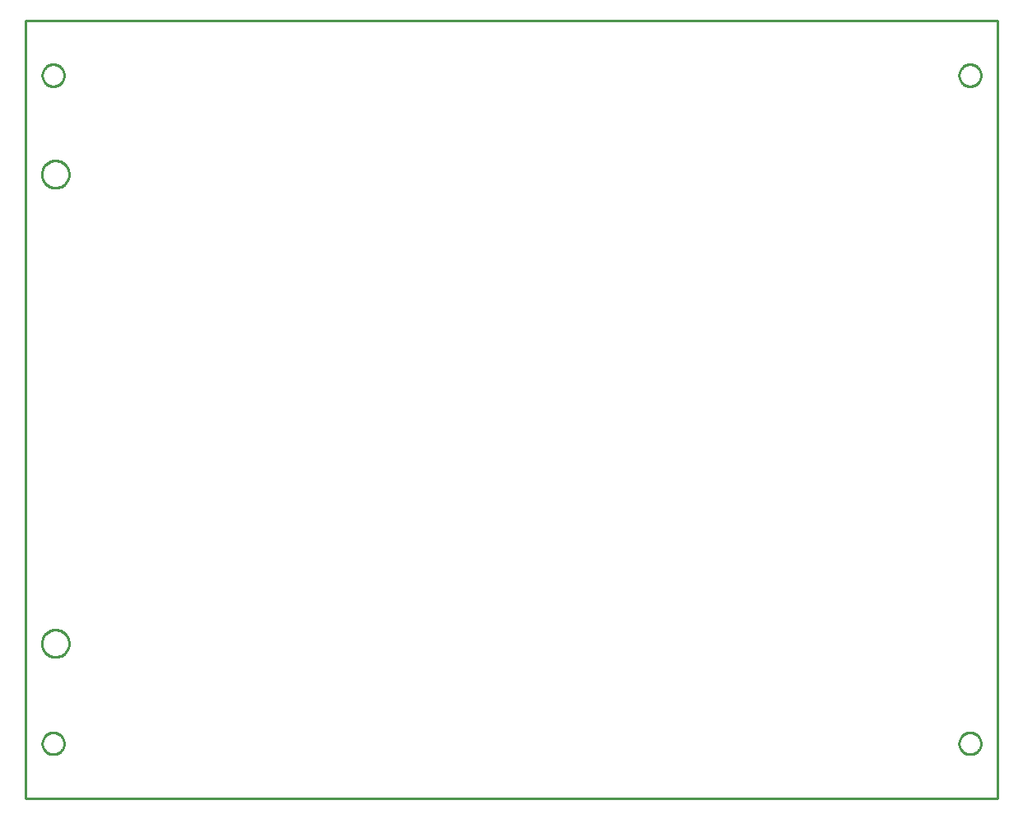
<source format=gbr>
G04 EAGLE Gerber RS-274X export*
G75*
%MOMM*%
%FSLAX34Y34*%
%LPD*%
%IN*%
%IPPOS*%
%AMOC8*
5,1,8,0,0,1.08239X$1,22.5*%
G01*
%ADD10C,0.254000*%


D10*
X0Y0D02*
X1000000Y0D01*
X1000000Y800000D01*
X0Y800000D01*
X0Y0D01*
X39650Y55958D02*
X39581Y55077D01*
X39442Y54204D01*
X39236Y53344D01*
X38963Y52503D01*
X38625Y51686D01*
X38223Y50899D01*
X37761Y50145D01*
X37242Y49430D01*
X36668Y48758D01*
X36042Y48133D01*
X35370Y47558D01*
X34655Y47039D01*
X33901Y46577D01*
X33114Y46176D01*
X32297Y45837D01*
X31456Y45564D01*
X30596Y45358D01*
X29723Y45219D01*
X28842Y45150D01*
X27958Y45150D01*
X27077Y45219D01*
X26204Y45358D01*
X25344Y45564D01*
X24503Y45837D01*
X23686Y46176D01*
X22899Y46577D01*
X22145Y47039D01*
X21430Y47558D01*
X20758Y48133D01*
X20133Y48758D01*
X19558Y49430D01*
X19039Y50145D01*
X18577Y50899D01*
X18176Y51686D01*
X17837Y52503D01*
X17564Y53344D01*
X17358Y54204D01*
X17219Y55077D01*
X17150Y55958D01*
X17150Y56842D01*
X17219Y57723D01*
X17358Y58596D01*
X17564Y59456D01*
X17837Y60297D01*
X18176Y61114D01*
X18577Y61901D01*
X19039Y62655D01*
X19558Y63370D01*
X20133Y64042D01*
X20758Y64668D01*
X21430Y65242D01*
X22145Y65761D01*
X22899Y66223D01*
X23686Y66625D01*
X24503Y66963D01*
X25344Y67236D01*
X26204Y67442D01*
X27077Y67581D01*
X27958Y67650D01*
X28842Y67650D01*
X29723Y67581D01*
X30596Y67442D01*
X31456Y67236D01*
X32297Y66963D01*
X33114Y66625D01*
X33901Y66223D01*
X34655Y65761D01*
X35370Y65242D01*
X36042Y64668D01*
X36668Y64042D01*
X37242Y63370D01*
X37761Y62655D01*
X38223Y61901D01*
X38625Y61114D01*
X38963Y60297D01*
X39236Y59456D01*
X39442Y58596D01*
X39581Y57723D01*
X39650Y56842D01*
X39650Y55958D01*
X39650Y743158D02*
X39581Y742277D01*
X39442Y741404D01*
X39236Y740544D01*
X38963Y739703D01*
X38625Y738886D01*
X38223Y738099D01*
X37761Y737345D01*
X37242Y736630D01*
X36668Y735958D01*
X36042Y735333D01*
X35370Y734758D01*
X34655Y734239D01*
X33901Y733777D01*
X33114Y733376D01*
X32297Y733037D01*
X31456Y732764D01*
X30596Y732558D01*
X29723Y732419D01*
X28842Y732350D01*
X27958Y732350D01*
X27077Y732419D01*
X26204Y732558D01*
X25344Y732764D01*
X24503Y733037D01*
X23686Y733376D01*
X22899Y733777D01*
X22145Y734239D01*
X21430Y734758D01*
X20758Y735333D01*
X20133Y735958D01*
X19558Y736630D01*
X19039Y737345D01*
X18577Y738099D01*
X18176Y738886D01*
X17837Y739703D01*
X17564Y740544D01*
X17358Y741404D01*
X17219Y742277D01*
X17150Y743158D01*
X17150Y744042D01*
X17219Y744923D01*
X17358Y745796D01*
X17564Y746656D01*
X17837Y747497D01*
X18176Y748314D01*
X18577Y749101D01*
X19039Y749855D01*
X19558Y750570D01*
X20133Y751242D01*
X20758Y751868D01*
X21430Y752442D01*
X22145Y752961D01*
X22899Y753423D01*
X23686Y753825D01*
X24503Y754163D01*
X25344Y754436D01*
X26204Y754642D01*
X27077Y754781D01*
X27958Y754850D01*
X28842Y754850D01*
X29723Y754781D01*
X30596Y754642D01*
X31456Y754436D01*
X32297Y754163D01*
X33114Y753825D01*
X33901Y753423D01*
X34655Y752961D01*
X35370Y752442D01*
X36042Y751868D01*
X36668Y751242D01*
X37242Y750570D01*
X37761Y749855D01*
X38223Y749101D01*
X38625Y748314D01*
X38963Y747497D01*
X39236Y746656D01*
X39442Y745796D01*
X39581Y744923D01*
X39650Y744042D01*
X39650Y743158D01*
X982850Y743158D02*
X982781Y742277D01*
X982642Y741404D01*
X982436Y740544D01*
X982163Y739703D01*
X981825Y738886D01*
X981423Y738099D01*
X980961Y737345D01*
X980442Y736630D01*
X979868Y735958D01*
X979242Y735333D01*
X978570Y734758D01*
X977855Y734239D01*
X977101Y733777D01*
X976314Y733376D01*
X975497Y733037D01*
X974656Y732764D01*
X973796Y732558D01*
X972923Y732419D01*
X972042Y732350D01*
X971158Y732350D01*
X970277Y732419D01*
X969404Y732558D01*
X968544Y732764D01*
X967703Y733037D01*
X966886Y733376D01*
X966099Y733777D01*
X965345Y734239D01*
X964630Y734758D01*
X963958Y735333D01*
X963333Y735958D01*
X962758Y736630D01*
X962239Y737345D01*
X961777Y738099D01*
X961376Y738886D01*
X961037Y739703D01*
X960764Y740544D01*
X960558Y741404D01*
X960419Y742277D01*
X960350Y743158D01*
X960350Y744042D01*
X960419Y744923D01*
X960558Y745796D01*
X960764Y746656D01*
X961037Y747497D01*
X961376Y748314D01*
X961777Y749101D01*
X962239Y749855D01*
X962758Y750570D01*
X963333Y751242D01*
X963958Y751868D01*
X964630Y752442D01*
X965345Y752961D01*
X966099Y753423D01*
X966886Y753825D01*
X967703Y754163D01*
X968544Y754436D01*
X969404Y754642D01*
X970277Y754781D01*
X971158Y754850D01*
X972042Y754850D01*
X972923Y754781D01*
X973796Y754642D01*
X974656Y754436D01*
X975497Y754163D01*
X976314Y753825D01*
X977101Y753423D01*
X977855Y752961D01*
X978570Y752442D01*
X979242Y751868D01*
X979868Y751242D01*
X980442Y750570D01*
X980961Y749855D01*
X981423Y749101D01*
X981825Y748314D01*
X982163Y747497D01*
X982436Y746656D01*
X982642Y745796D01*
X982781Y744923D01*
X982850Y744042D01*
X982850Y743158D01*
X982850Y55958D02*
X982781Y55077D01*
X982642Y54204D01*
X982436Y53344D01*
X982163Y52503D01*
X981825Y51686D01*
X981423Y50899D01*
X980961Y50145D01*
X980442Y49430D01*
X979868Y48758D01*
X979242Y48133D01*
X978570Y47558D01*
X977855Y47039D01*
X977101Y46577D01*
X976314Y46176D01*
X975497Y45837D01*
X974656Y45564D01*
X973796Y45358D01*
X972923Y45219D01*
X972042Y45150D01*
X971158Y45150D01*
X970277Y45219D01*
X969404Y45358D01*
X968544Y45564D01*
X967703Y45837D01*
X966886Y46176D01*
X966099Y46577D01*
X965345Y47039D01*
X964630Y47558D01*
X963958Y48133D01*
X963333Y48758D01*
X962758Y49430D01*
X962239Y50145D01*
X961777Y50899D01*
X961376Y51686D01*
X961037Y52503D01*
X960764Y53344D01*
X960558Y54204D01*
X960419Y55077D01*
X960350Y55958D01*
X960350Y56842D01*
X960419Y57723D01*
X960558Y58596D01*
X960764Y59456D01*
X961037Y60297D01*
X961376Y61114D01*
X961777Y61901D01*
X962239Y62655D01*
X962758Y63370D01*
X963333Y64042D01*
X963958Y64668D01*
X964630Y65242D01*
X965345Y65761D01*
X966099Y66223D01*
X966886Y66625D01*
X967703Y66963D01*
X968544Y67236D01*
X969404Y67442D01*
X970277Y67581D01*
X971158Y67650D01*
X972042Y67650D01*
X972923Y67581D01*
X973796Y67442D01*
X974656Y67236D01*
X975497Y66963D01*
X976314Y66625D01*
X977101Y66223D01*
X977855Y65761D01*
X978570Y65242D01*
X979242Y64668D01*
X979868Y64042D01*
X980442Y63370D01*
X980961Y62655D01*
X981423Y61901D01*
X981825Y61114D01*
X982163Y60297D01*
X982436Y59456D01*
X982642Y58596D01*
X982781Y57723D01*
X982850Y56842D01*
X982850Y55958D01*
X30100Y627800D02*
X29103Y627871D01*
X28113Y628014D01*
X27136Y628226D01*
X26176Y628508D01*
X25239Y628857D01*
X24329Y629273D01*
X23452Y629752D01*
X22610Y630293D01*
X21810Y630892D01*
X21054Y631547D01*
X20347Y632254D01*
X19692Y633010D01*
X19093Y633810D01*
X18552Y634652D01*
X18073Y635529D01*
X17657Y636439D01*
X17308Y637376D01*
X17026Y638336D01*
X16814Y639313D01*
X16671Y640303D01*
X16600Y641300D01*
X16600Y642300D01*
X16671Y643298D01*
X16814Y644287D01*
X17026Y645265D01*
X17308Y646224D01*
X17657Y647161D01*
X18073Y648071D01*
X18552Y648948D01*
X19093Y649790D01*
X19692Y650590D01*
X20347Y651346D01*
X21054Y652053D01*
X21810Y652708D01*
X22610Y653307D01*
X23452Y653848D01*
X24329Y654327D01*
X25239Y654743D01*
X26176Y655092D01*
X27136Y655374D01*
X28113Y655586D01*
X29103Y655729D01*
X30100Y655800D01*
X31100Y655800D01*
X32098Y655729D01*
X33087Y655586D01*
X34065Y655374D01*
X35024Y655092D01*
X35961Y654743D01*
X36871Y654327D01*
X37748Y653848D01*
X38590Y653307D01*
X39390Y652708D01*
X40146Y652053D01*
X40853Y651346D01*
X41508Y650590D01*
X42107Y649790D01*
X42648Y648948D01*
X43127Y648071D01*
X43543Y647161D01*
X43892Y646224D01*
X44174Y645265D01*
X44386Y644287D01*
X44529Y643298D01*
X44600Y642300D01*
X44600Y641300D01*
X44529Y640303D01*
X44386Y639313D01*
X44174Y638336D01*
X43892Y637376D01*
X43543Y636439D01*
X43127Y635529D01*
X42648Y634652D01*
X42107Y633810D01*
X41508Y633010D01*
X40853Y632254D01*
X40146Y631547D01*
X39390Y630892D01*
X38590Y630293D01*
X37748Y629752D01*
X36871Y629273D01*
X35961Y628857D01*
X35024Y628508D01*
X34065Y628226D01*
X33087Y628014D01*
X32098Y627871D01*
X31100Y627800D01*
X30100Y627800D01*
X30100Y145200D02*
X29103Y145271D01*
X28113Y145414D01*
X27136Y145626D01*
X26176Y145908D01*
X25239Y146257D01*
X24329Y146673D01*
X23452Y147152D01*
X22610Y147693D01*
X21810Y148292D01*
X21054Y148947D01*
X20347Y149654D01*
X19692Y150410D01*
X19093Y151210D01*
X18552Y152052D01*
X18073Y152929D01*
X17657Y153839D01*
X17308Y154776D01*
X17026Y155736D01*
X16814Y156713D01*
X16671Y157703D01*
X16600Y158700D01*
X16600Y159700D01*
X16671Y160698D01*
X16814Y161687D01*
X17026Y162665D01*
X17308Y163624D01*
X17657Y164561D01*
X18073Y165471D01*
X18552Y166348D01*
X19093Y167190D01*
X19692Y167990D01*
X20347Y168746D01*
X21054Y169453D01*
X21810Y170108D01*
X22610Y170707D01*
X23452Y171248D01*
X24329Y171727D01*
X25239Y172143D01*
X26176Y172492D01*
X27136Y172774D01*
X28113Y172986D01*
X29103Y173129D01*
X30100Y173200D01*
X31100Y173200D01*
X32098Y173129D01*
X33087Y172986D01*
X34065Y172774D01*
X35024Y172492D01*
X35961Y172143D01*
X36871Y171727D01*
X37748Y171248D01*
X38590Y170707D01*
X39390Y170108D01*
X40146Y169453D01*
X40853Y168746D01*
X41508Y167990D01*
X42107Y167190D01*
X42648Y166348D01*
X43127Y165471D01*
X43543Y164561D01*
X43892Y163624D01*
X44174Y162665D01*
X44386Y161687D01*
X44529Y160698D01*
X44600Y159700D01*
X44600Y158700D01*
X44529Y157703D01*
X44386Y156713D01*
X44174Y155736D01*
X43892Y154776D01*
X43543Y153839D01*
X43127Y152929D01*
X42648Y152052D01*
X42107Y151210D01*
X41508Y150410D01*
X40853Y149654D01*
X40146Y148947D01*
X39390Y148292D01*
X38590Y147693D01*
X37748Y147152D01*
X36871Y146673D01*
X35961Y146257D01*
X35024Y145908D01*
X34065Y145626D01*
X33087Y145414D01*
X32098Y145271D01*
X31100Y145200D01*
X30100Y145200D01*
M02*

</source>
